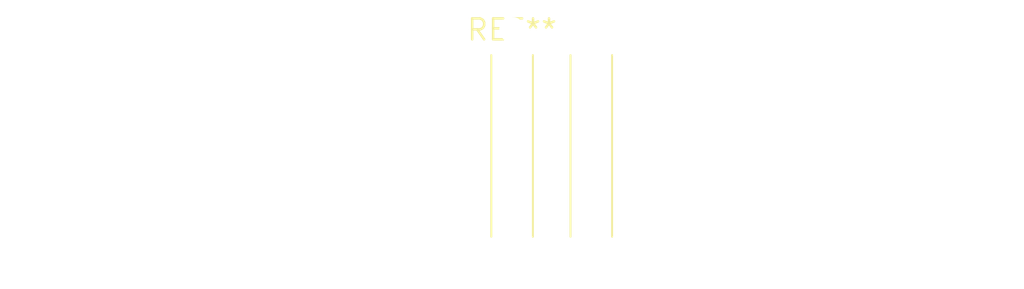
<source format=kicad_pcb>
(kicad_pcb (version 20240108) (generator pcbnew)
  (layers (0 "F.Cu" signal) (31 "B.Cu" signal) (34 "B.Paste" user) (35 "F.Paste" user) (36 "B.SilkS" user "B.Silkscreen") (37 "F.SilkS" user "F.Silkscreen") (38 "B.Mask" user) (39 "F.Mask" user) (44 "Edge.Cuts" user))
  (net 0 "")
  (footprint "SolderWire-0.75sqmm_1x02_P4.8mm_D1.25mm_OD2.3mm_Relief" (layer "F.Cu") (at 0 0)
    (property "Reference" "REF**")
    (property "Value" "SolderWire-0.75sqmm_1x02_P4.8mm_D1.25mm_OD2.3mm_Relief")
    (fp_line (start -1.26 1.535) (end -1.26 12.54) (layer "F.SilkS") (stroke (width 0.12)))
    (fp_line (start 1.26 1.535) (end 1.26 12.54) (layer "F.SilkS") (stroke (width 0.12)))
    (fp_line (start 3.54 1.535) (end 3.54 12.54) (layer "F.SilkS") (stroke (width 0.12)))
    (fp_line (start 6.06 1.535) (end 6.06 12.54) (layer "F.SilkS") (stroke (width 0.12)))
    (pad "" np_thru_hole circle (at 0 13.8) (size 2.8 2.8) (drill 2.8) (layers *.Cu *.Mask))
    (pad "" np_thru_hole circle (at 4.8 13.8) (size 2.8 2.8) (drill 2.8) (layers *.Cu *.Mask))
    (pad "1" thru_hole roundrect (at 0 0) (size 2.55 2.55) (drill 1.55) (layers *.Cu *.Mask) (remove_unused_layers) (roundrect_rratio 0.098039))
    (pad "2" thru_hole circle (at 4.8 0) (size 2.55 2.55) (drill 1.55) (layers *.Cu *.Mask) (remove_unused_layers))
  )
)
</source>
